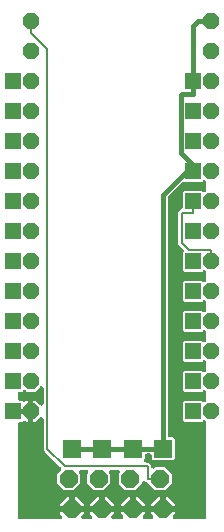
<source format=gbr>
G04 EAGLE Gerber RS-274X export*
G75*
%MOMM*%
%FSLAX34Y34*%
%LPD*%
%INTop Copper*%
%IPPOS*%
%AMOC8*
5,1,8,0,0,1.08239X$1,22.5*%
G01*
%ADD10R,1.320800X1.320800*%
%ADD11P,1.429621X8X22.500000*%
%ADD12R,1.524000X1.524000*%
%ADD13P,1.649562X8X22.500000*%
%ADD14C,0.406400*%
%ADD15C,0.381000*%
%ADD16C,0.203200*%

G36*
X47106Y12704D02*
X47106Y12704D01*
X47139Y12702D01*
X47299Y12724D01*
X47460Y12741D01*
X47492Y12751D01*
X47525Y12755D01*
X47678Y12810D01*
X47832Y12859D01*
X47861Y12875D01*
X47892Y12886D01*
X48031Y12971D01*
X48172Y13050D01*
X48197Y13072D01*
X48225Y13089D01*
X48343Y13200D01*
X48465Y13306D01*
X48485Y13333D01*
X48510Y13355D01*
X48603Y13488D01*
X48700Y13617D01*
X48715Y13647D01*
X48734Y13674D01*
X48798Y13823D01*
X48868Y13969D01*
X48875Y14001D01*
X48889Y14032D01*
X48921Y14191D01*
X48959Y14348D01*
X48960Y14381D01*
X48967Y14414D01*
X48967Y14576D01*
X48972Y14738D01*
X48967Y14770D01*
X48966Y14804D01*
X48933Y14962D01*
X48905Y15122D01*
X48893Y15152D01*
X48886Y15185D01*
X48821Y15334D01*
X48762Y15484D01*
X48744Y15512D01*
X48730Y15542D01*
X48680Y15609D01*
X48547Y15809D01*
X48463Y15893D01*
X48419Y15952D01*
X46989Y17381D01*
X46989Y19051D01*
X56515Y19051D01*
X56581Y19058D01*
X56647Y19055D01*
X56774Y19077D01*
X56903Y19091D01*
X56966Y19111D01*
X57031Y19122D01*
X57139Y19165D01*
X57149Y19160D01*
X57214Y19144D01*
X57276Y19120D01*
X57363Y19108D01*
X57528Y19068D01*
X57698Y19063D01*
X57785Y19051D01*
X67311Y19051D01*
X67311Y17381D01*
X65881Y15952D01*
X65860Y15926D01*
X65835Y15904D01*
X65737Y15775D01*
X65635Y15649D01*
X65620Y15620D01*
X65600Y15593D01*
X65530Y15447D01*
X65456Y15303D01*
X65447Y15271D01*
X65432Y15241D01*
X65394Y15084D01*
X65351Y14928D01*
X65348Y14894D01*
X65341Y14862D01*
X65335Y14700D01*
X65324Y14539D01*
X65329Y14506D01*
X65328Y14472D01*
X65356Y14313D01*
X65378Y14153D01*
X65389Y14121D01*
X65395Y14088D01*
X65454Y13938D01*
X65509Y13785D01*
X65526Y13757D01*
X65538Y13726D01*
X65627Y13591D01*
X65711Y13453D01*
X65734Y13428D01*
X65753Y13400D01*
X65867Y13286D01*
X65978Y13168D01*
X66005Y13149D01*
X66029Y13125D01*
X66164Y13037D01*
X66297Y12944D01*
X66327Y12930D01*
X66355Y12912D01*
X66506Y12853D01*
X66654Y12789D01*
X66687Y12782D01*
X66718Y12770D01*
X66800Y12759D01*
X67036Y12710D01*
X67155Y12711D01*
X67227Y12701D01*
X72473Y12701D01*
X72506Y12704D01*
X72539Y12702D01*
X72699Y12724D01*
X72860Y12741D01*
X72892Y12751D01*
X72925Y12755D01*
X73078Y12810D01*
X73232Y12859D01*
X73261Y12875D01*
X73292Y12886D01*
X73431Y12971D01*
X73572Y13050D01*
X73597Y13072D01*
X73625Y13089D01*
X73743Y13200D01*
X73865Y13306D01*
X73885Y13333D01*
X73910Y13355D01*
X74003Y13488D01*
X74100Y13617D01*
X74115Y13647D01*
X74134Y13674D01*
X74198Y13823D01*
X74268Y13969D01*
X74275Y14001D01*
X74289Y14032D01*
X74321Y14191D01*
X74359Y14348D01*
X74360Y14381D01*
X74367Y14414D01*
X74367Y14576D01*
X74372Y14738D01*
X74367Y14770D01*
X74366Y14804D01*
X74333Y14962D01*
X74305Y15122D01*
X74293Y15152D01*
X74286Y15185D01*
X74221Y15334D01*
X74162Y15484D01*
X74144Y15512D01*
X74130Y15542D01*
X74080Y15609D01*
X73947Y15809D01*
X73863Y15893D01*
X73819Y15952D01*
X72389Y17381D01*
X72389Y19051D01*
X81915Y19051D01*
X81981Y19058D01*
X82047Y19055D01*
X82174Y19077D01*
X82303Y19091D01*
X82366Y19111D01*
X82431Y19122D01*
X82539Y19165D01*
X82549Y19160D01*
X82614Y19144D01*
X82676Y19120D01*
X82763Y19108D01*
X82928Y19068D01*
X83098Y19063D01*
X83185Y19051D01*
X92711Y19051D01*
X92711Y17381D01*
X91281Y15952D01*
X91260Y15926D01*
X91235Y15904D01*
X91137Y15775D01*
X91035Y15649D01*
X91020Y15620D01*
X91000Y15593D01*
X90930Y15447D01*
X90856Y15303D01*
X90847Y15271D01*
X90832Y15241D01*
X90794Y15084D01*
X90751Y14928D01*
X90748Y14894D01*
X90741Y14862D01*
X90735Y14700D01*
X90724Y14539D01*
X90729Y14506D01*
X90728Y14472D01*
X90756Y14313D01*
X90778Y14153D01*
X90789Y14121D01*
X90795Y14088D01*
X90854Y13938D01*
X90909Y13785D01*
X90926Y13757D01*
X90938Y13726D01*
X91027Y13591D01*
X91111Y13453D01*
X91134Y13428D01*
X91153Y13400D01*
X91267Y13286D01*
X91378Y13168D01*
X91405Y13149D01*
X91429Y13125D01*
X91564Y13037D01*
X91697Y12944D01*
X91727Y12930D01*
X91755Y12912D01*
X91906Y12853D01*
X92054Y12789D01*
X92087Y12782D01*
X92118Y12770D01*
X92200Y12759D01*
X92436Y12710D01*
X92555Y12711D01*
X92627Y12701D01*
X99143Y12701D01*
X99176Y12704D01*
X99209Y12702D01*
X99369Y12724D01*
X99530Y12741D01*
X99562Y12751D01*
X99595Y12755D01*
X99748Y12810D01*
X99902Y12859D01*
X99931Y12875D01*
X99962Y12886D01*
X100101Y12971D01*
X100242Y13050D01*
X100267Y13072D01*
X100295Y13089D01*
X100413Y13200D01*
X100535Y13306D01*
X100555Y13333D01*
X100580Y13355D01*
X100673Y13488D01*
X100770Y13617D01*
X100785Y13647D01*
X100804Y13674D01*
X100868Y13823D01*
X100938Y13969D01*
X100945Y14001D01*
X100959Y14032D01*
X100991Y14191D01*
X101029Y14348D01*
X101030Y14381D01*
X101037Y14414D01*
X101037Y14576D01*
X101042Y14738D01*
X101037Y14770D01*
X101036Y14804D01*
X101003Y14962D01*
X100975Y15122D01*
X100963Y15152D01*
X100956Y15185D01*
X100891Y15334D01*
X100832Y15484D01*
X100814Y15512D01*
X100800Y15542D01*
X100750Y15609D01*
X100617Y15809D01*
X100533Y15893D01*
X100489Y15952D01*
X99059Y17381D01*
X99059Y19051D01*
X108585Y19051D01*
X108651Y19058D01*
X108717Y19055D01*
X108844Y19077D01*
X108973Y19091D01*
X109036Y19111D01*
X109101Y19122D01*
X109209Y19165D01*
X109219Y19160D01*
X109284Y19144D01*
X109346Y19120D01*
X109433Y19108D01*
X109598Y19068D01*
X109768Y19063D01*
X109855Y19051D01*
X119381Y19051D01*
X119381Y17381D01*
X117951Y15952D01*
X117930Y15926D01*
X117905Y15904D01*
X117807Y15775D01*
X117705Y15649D01*
X117690Y15620D01*
X117670Y15593D01*
X117600Y15447D01*
X117526Y15303D01*
X117517Y15271D01*
X117502Y15241D01*
X117464Y15084D01*
X117421Y14928D01*
X117418Y14894D01*
X117411Y14862D01*
X117405Y14700D01*
X117394Y14539D01*
X117399Y14506D01*
X117398Y14472D01*
X117426Y14313D01*
X117448Y14153D01*
X117459Y14121D01*
X117465Y14088D01*
X117524Y13938D01*
X117579Y13785D01*
X117596Y13757D01*
X117608Y13726D01*
X117697Y13591D01*
X117781Y13453D01*
X117804Y13428D01*
X117823Y13400D01*
X117937Y13286D01*
X118048Y13168D01*
X118075Y13149D01*
X118099Y13125D01*
X118234Y13037D01*
X118367Y12944D01*
X118397Y12930D01*
X118425Y12912D01*
X118576Y12853D01*
X118724Y12789D01*
X118757Y12782D01*
X118788Y12770D01*
X118870Y12759D01*
X119106Y12710D01*
X119225Y12711D01*
X119297Y12701D01*
X124543Y12701D01*
X124576Y12704D01*
X124609Y12702D01*
X124769Y12724D01*
X124930Y12741D01*
X124962Y12751D01*
X124995Y12755D01*
X125148Y12810D01*
X125302Y12859D01*
X125331Y12875D01*
X125362Y12886D01*
X125501Y12971D01*
X125642Y13050D01*
X125667Y13072D01*
X125695Y13089D01*
X125813Y13200D01*
X125935Y13306D01*
X125955Y13333D01*
X125980Y13355D01*
X126073Y13488D01*
X126170Y13617D01*
X126185Y13647D01*
X126204Y13674D01*
X126268Y13823D01*
X126338Y13969D01*
X126345Y14001D01*
X126359Y14032D01*
X126391Y14191D01*
X126429Y14348D01*
X126430Y14381D01*
X126437Y14414D01*
X126437Y14576D01*
X126442Y14738D01*
X126437Y14770D01*
X126436Y14804D01*
X126403Y14962D01*
X126375Y15122D01*
X126363Y15152D01*
X126356Y15185D01*
X126291Y15334D01*
X126232Y15484D01*
X126214Y15512D01*
X126200Y15542D01*
X126150Y15609D01*
X126017Y15809D01*
X125933Y15893D01*
X125889Y15952D01*
X124459Y17381D01*
X124459Y19051D01*
X133985Y19051D01*
X134051Y19058D01*
X134117Y19055D01*
X134244Y19077D01*
X134373Y19091D01*
X134436Y19111D01*
X134501Y19122D01*
X134609Y19165D01*
X134619Y19160D01*
X134684Y19144D01*
X134746Y19120D01*
X134833Y19108D01*
X134998Y19068D01*
X135168Y19063D01*
X135255Y19051D01*
X144781Y19051D01*
X144781Y17381D01*
X143351Y15952D01*
X143330Y15926D01*
X143305Y15904D01*
X143207Y15775D01*
X143105Y15649D01*
X143090Y15620D01*
X143070Y15593D01*
X143000Y15447D01*
X142926Y15303D01*
X142917Y15271D01*
X142902Y15241D01*
X142864Y15084D01*
X142821Y14928D01*
X142818Y14894D01*
X142811Y14862D01*
X142805Y14700D01*
X142794Y14539D01*
X142799Y14506D01*
X142798Y14472D01*
X142826Y14313D01*
X142848Y14153D01*
X142859Y14121D01*
X142865Y14088D01*
X142924Y13938D01*
X142979Y13785D01*
X142996Y13757D01*
X143008Y13726D01*
X143097Y13591D01*
X143181Y13453D01*
X143204Y13428D01*
X143223Y13400D01*
X143337Y13286D01*
X143448Y13168D01*
X143475Y13149D01*
X143499Y13125D01*
X143634Y13037D01*
X143767Y12944D01*
X143797Y12930D01*
X143825Y12912D01*
X143976Y12853D01*
X144124Y12789D01*
X144157Y12782D01*
X144188Y12770D01*
X144270Y12759D01*
X144506Y12710D01*
X144625Y12711D01*
X144697Y12701D01*
X169345Y12701D01*
X169411Y12708D01*
X169478Y12705D01*
X169605Y12727D01*
X169733Y12741D01*
X169796Y12761D01*
X169862Y12772D01*
X169981Y12820D01*
X170104Y12859D01*
X170162Y12891D01*
X170224Y12916D01*
X170331Y12987D01*
X170444Y13050D01*
X170494Y13094D01*
X170550Y13130D01*
X170641Y13221D01*
X170738Y13306D01*
X170778Y13359D01*
X170825Y13406D01*
X170895Y13514D01*
X170973Y13617D01*
X171001Y13677D01*
X171038Y13733D01*
X171085Y13853D01*
X171140Y13969D01*
X171156Y14034D01*
X171180Y14096D01*
X171192Y14182D01*
X171232Y14348D01*
X171237Y14518D01*
X171249Y14605D01*
X171249Y94689D01*
X171246Y94722D01*
X171248Y94756D01*
X171226Y94916D01*
X171209Y95077D01*
X171199Y95109D01*
X171195Y95142D01*
X171140Y95295D01*
X171091Y95449D01*
X171075Y95478D01*
X171064Y95509D01*
X170979Y95647D01*
X170900Y95788D01*
X170878Y95813D01*
X170861Y95842D01*
X170750Y95960D01*
X170644Y96082D01*
X170617Y96102D01*
X170595Y96126D01*
X170462Y96219D01*
X170333Y96317D01*
X170303Y96331D01*
X170276Y96351D01*
X170127Y96415D01*
X169981Y96484D01*
X169948Y96492D01*
X169918Y96505D01*
X169760Y96538D01*
X169602Y96576D01*
X169569Y96577D01*
X169536Y96584D01*
X169374Y96584D01*
X169212Y96589D01*
X169180Y96583D01*
X169146Y96583D01*
X168988Y96550D01*
X168828Y96522D01*
X168798Y96510D01*
X168765Y96503D01*
X168616Y96438D01*
X168466Y96379D01*
X168438Y96360D01*
X168408Y96347D01*
X168341Y96296D01*
X168141Y96164D01*
X168057Y96080D01*
X167998Y96036D01*
X167466Y95503D01*
X152574Y95503D01*
X151383Y96694D01*
X151383Y111586D01*
X152574Y112777D01*
X167466Y112777D01*
X167998Y112244D01*
X168024Y112223D01*
X168046Y112198D01*
X168100Y112158D01*
X168111Y112146D01*
X168137Y112130D01*
X168175Y112101D01*
X168301Y111998D01*
X168330Y111983D01*
X168357Y111963D01*
X168503Y111894D01*
X168647Y111819D01*
X168679Y111810D01*
X168709Y111796D01*
X168866Y111758D01*
X169022Y111714D01*
X169056Y111712D01*
X169088Y111704D01*
X169250Y111699D01*
X169411Y111688D01*
X169444Y111692D01*
X169478Y111691D01*
X169637Y111719D01*
X169797Y111741D01*
X169829Y111752D01*
X169862Y111758D01*
X170012Y111818D01*
X170165Y111872D01*
X170193Y111889D01*
X170224Y111901D01*
X170359Y111990D01*
X170497Y112075D01*
X170522Y112098D01*
X170550Y112116D01*
X170664Y112230D01*
X170782Y112341D01*
X170801Y112368D01*
X170825Y112392D01*
X170913Y112527D01*
X171006Y112660D01*
X171020Y112691D01*
X171038Y112718D01*
X171097Y112869D01*
X171161Y113018D01*
X171168Y113050D01*
X171180Y113081D01*
X171191Y113164D01*
X171240Y113399D01*
X171239Y113518D01*
X171249Y113591D01*
X171249Y120089D01*
X171246Y120122D01*
X171248Y120156D01*
X171226Y120316D01*
X171209Y120477D01*
X171199Y120509D01*
X171195Y120542D01*
X171140Y120695D01*
X171091Y120849D01*
X171075Y120878D01*
X171064Y120909D01*
X170979Y121047D01*
X170900Y121188D01*
X170878Y121213D01*
X170861Y121242D01*
X170750Y121360D01*
X170644Y121482D01*
X170617Y121502D01*
X170595Y121526D01*
X170462Y121619D01*
X170333Y121717D01*
X170303Y121731D01*
X170276Y121751D01*
X170127Y121815D01*
X169981Y121884D01*
X169948Y121892D01*
X169918Y121905D01*
X169760Y121938D01*
X169602Y121976D01*
X169569Y121977D01*
X169536Y121984D01*
X169374Y121984D01*
X169212Y121989D01*
X169180Y121983D01*
X169146Y121983D01*
X168988Y121950D01*
X168828Y121922D01*
X168798Y121910D01*
X168765Y121903D01*
X168616Y121838D01*
X168466Y121779D01*
X168438Y121760D01*
X168408Y121747D01*
X168341Y121696D01*
X168141Y121564D01*
X168057Y121480D01*
X167998Y121436D01*
X167466Y120903D01*
X152574Y120903D01*
X151383Y122094D01*
X151383Y136986D01*
X152574Y138177D01*
X167466Y138177D01*
X167998Y137644D01*
X168024Y137623D01*
X168046Y137598D01*
X168175Y137501D01*
X168301Y137398D01*
X168330Y137383D01*
X168357Y137363D01*
X168503Y137294D01*
X168647Y137219D01*
X168679Y137210D01*
X168709Y137196D01*
X168866Y137158D01*
X169022Y137114D01*
X169056Y137112D01*
X169088Y137104D01*
X169250Y137099D01*
X169411Y137088D01*
X169444Y137092D01*
X169478Y137091D01*
X169637Y137119D01*
X169797Y137141D01*
X169829Y137152D01*
X169862Y137158D01*
X170012Y137218D01*
X170165Y137272D01*
X170193Y137289D01*
X170224Y137301D01*
X170359Y137390D01*
X170497Y137475D01*
X170522Y137498D01*
X170550Y137516D01*
X170664Y137630D01*
X170782Y137741D01*
X170801Y137768D01*
X170825Y137792D01*
X170913Y137927D01*
X171006Y138060D01*
X171020Y138091D01*
X171038Y138118D01*
X171097Y138269D01*
X171161Y138418D01*
X171168Y138450D01*
X171180Y138481D01*
X171191Y138564D01*
X171240Y138799D01*
X171239Y138918D01*
X171249Y138991D01*
X171249Y145489D01*
X171246Y145522D01*
X171248Y145556D01*
X171226Y145716D01*
X171209Y145877D01*
X171199Y145909D01*
X171195Y145942D01*
X171140Y146095D01*
X171091Y146249D01*
X171075Y146278D01*
X171064Y146309D01*
X170979Y146447D01*
X170900Y146588D01*
X170878Y146613D01*
X170861Y146642D01*
X170750Y146760D01*
X170644Y146882D01*
X170617Y146902D01*
X170595Y146926D01*
X170462Y147019D01*
X170333Y147117D01*
X170303Y147131D01*
X170276Y147151D01*
X170127Y147215D01*
X169981Y147284D01*
X169948Y147292D01*
X169918Y147305D01*
X169760Y147338D01*
X169602Y147376D01*
X169569Y147377D01*
X169536Y147384D01*
X169374Y147384D01*
X169212Y147389D01*
X169180Y147383D01*
X169146Y147383D01*
X168988Y147350D01*
X168828Y147322D01*
X168798Y147310D01*
X168765Y147303D01*
X168616Y147238D01*
X168466Y147179D01*
X168438Y147160D01*
X168408Y147147D01*
X168341Y147096D01*
X168141Y146964D01*
X168057Y146880D01*
X167998Y146836D01*
X167466Y146303D01*
X152574Y146303D01*
X151383Y147494D01*
X151383Y162386D01*
X152574Y163577D01*
X167466Y163577D01*
X167998Y163044D01*
X168024Y163023D01*
X168046Y162998D01*
X168175Y162901D01*
X168301Y162798D01*
X168330Y162783D01*
X168357Y162763D01*
X168503Y162694D01*
X168647Y162619D01*
X168679Y162610D01*
X168709Y162596D01*
X168866Y162558D01*
X169022Y162514D01*
X169056Y162512D01*
X169088Y162504D01*
X169250Y162499D01*
X169411Y162488D01*
X169444Y162492D01*
X169478Y162491D01*
X169637Y162519D01*
X169797Y162541D01*
X169829Y162552D01*
X169862Y162558D01*
X170012Y162618D01*
X170165Y162672D01*
X170193Y162689D01*
X170224Y162701D01*
X170359Y162790D01*
X170497Y162875D01*
X170522Y162898D01*
X170550Y162916D01*
X170664Y163030D01*
X170782Y163141D01*
X170801Y163168D01*
X170825Y163192D01*
X170913Y163327D01*
X171006Y163460D01*
X171020Y163491D01*
X171038Y163518D01*
X171097Y163669D01*
X171161Y163818D01*
X171168Y163850D01*
X171180Y163881D01*
X171191Y163964D01*
X171240Y164199D01*
X171239Y164318D01*
X171249Y164391D01*
X171249Y170889D01*
X171246Y170922D01*
X171248Y170956D01*
X171226Y171116D01*
X171209Y171277D01*
X171199Y171309D01*
X171195Y171342D01*
X171140Y171495D01*
X171091Y171649D01*
X171075Y171678D01*
X171064Y171709D01*
X170979Y171847D01*
X170900Y171988D01*
X170878Y172013D01*
X170861Y172042D01*
X170750Y172160D01*
X170644Y172282D01*
X170617Y172302D01*
X170595Y172326D01*
X170462Y172419D01*
X170333Y172517D01*
X170303Y172531D01*
X170276Y172551D01*
X170127Y172615D01*
X169981Y172684D01*
X169948Y172692D01*
X169918Y172705D01*
X169760Y172738D01*
X169602Y172776D01*
X169569Y172777D01*
X169536Y172784D01*
X169374Y172784D01*
X169212Y172789D01*
X169180Y172783D01*
X169146Y172783D01*
X168988Y172750D01*
X168828Y172722D01*
X168798Y172710D01*
X168765Y172703D01*
X168616Y172638D01*
X168466Y172579D01*
X168438Y172560D01*
X168408Y172547D01*
X168341Y172496D01*
X168141Y172364D01*
X168057Y172280D01*
X167998Y172236D01*
X167466Y171703D01*
X152574Y171703D01*
X151383Y172894D01*
X151383Y187786D01*
X152574Y188977D01*
X167466Y188977D01*
X167998Y188444D01*
X168024Y188423D01*
X168046Y188398D01*
X168099Y188358D01*
X168141Y188316D01*
X168215Y188268D01*
X168301Y188198D01*
X168330Y188183D01*
X168357Y188163D01*
X168427Y188129D01*
X168467Y188103D01*
X168536Y188076D01*
X168647Y188019D01*
X168679Y188010D01*
X168709Y187996D01*
X168795Y187975D01*
X168830Y187961D01*
X168876Y187955D01*
X169022Y187914D01*
X169056Y187912D01*
X169088Y187904D01*
X169250Y187899D01*
X169329Y187893D01*
X169340Y187892D01*
X169345Y187892D01*
X169347Y187892D01*
X169411Y187888D01*
X169444Y187892D01*
X169478Y187891D01*
X169637Y187919D01*
X169721Y187930D01*
X169733Y187932D01*
X169735Y187932D01*
X169797Y187941D01*
X169829Y187952D01*
X169862Y187958D01*
X170012Y188018D01*
X170086Y188044D01*
X170104Y188050D01*
X170108Y188052D01*
X170165Y188072D01*
X170193Y188089D01*
X170224Y188101D01*
X170359Y188190D01*
X170416Y188225D01*
X170444Y188241D01*
X170449Y188245D01*
X170497Y188275D01*
X170522Y188298D01*
X170550Y188316D01*
X170664Y188430D01*
X170699Y188464D01*
X170738Y188497D01*
X170744Y188505D01*
X170782Y188541D01*
X170801Y188568D01*
X170825Y188592D01*
X170913Y188727D01*
X170928Y188749D01*
X170973Y188808D01*
X170979Y188822D01*
X171006Y188860D01*
X171020Y188891D01*
X171038Y188918D01*
X171097Y189069D01*
X171140Y189160D01*
X171145Y189180D01*
X171161Y189218D01*
X171168Y189250D01*
X171180Y189281D01*
X171191Y189364D01*
X171201Y189412D01*
X171232Y189539D01*
X171233Y189566D01*
X171240Y189599D01*
X171239Y189718D01*
X171249Y189791D01*
X171249Y196289D01*
X171246Y196322D01*
X171248Y196356D01*
X171226Y196516D01*
X171209Y196677D01*
X171199Y196709D01*
X171195Y196742D01*
X171140Y196895D01*
X171091Y197049D01*
X171075Y197078D01*
X171064Y197109D01*
X170979Y197247D01*
X170900Y197388D01*
X170878Y197413D01*
X170861Y197442D01*
X170750Y197560D01*
X170644Y197682D01*
X170617Y197702D01*
X170595Y197726D01*
X170462Y197819D01*
X170333Y197917D01*
X170303Y197931D01*
X170276Y197951D01*
X170127Y198015D01*
X169981Y198084D01*
X169948Y198092D01*
X169918Y198105D01*
X169760Y198138D01*
X169602Y198176D01*
X169569Y198177D01*
X169536Y198184D01*
X169374Y198184D01*
X169212Y198189D01*
X169180Y198183D01*
X169146Y198183D01*
X168988Y198150D01*
X168828Y198122D01*
X168798Y198110D01*
X168765Y198103D01*
X168616Y198038D01*
X168466Y197979D01*
X168438Y197960D01*
X168408Y197947D01*
X168341Y197896D01*
X168141Y197764D01*
X168057Y197680D01*
X167998Y197636D01*
X167466Y197103D01*
X152574Y197103D01*
X151383Y198294D01*
X151383Y213186D01*
X152574Y214377D01*
X167466Y214377D01*
X167998Y213844D01*
X168024Y213823D01*
X168046Y213798D01*
X168175Y213701D01*
X168301Y213598D01*
X168330Y213583D01*
X168357Y213563D01*
X168503Y213494D01*
X168647Y213419D01*
X168679Y213410D01*
X168709Y213396D01*
X168866Y213358D01*
X169022Y213314D01*
X169056Y213312D01*
X169088Y213304D01*
X169250Y213299D01*
X169411Y213288D01*
X169444Y213292D01*
X169478Y213291D01*
X169637Y213319D01*
X169797Y213341D01*
X169829Y213352D01*
X169862Y213358D01*
X170012Y213418D01*
X170165Y213472D01*
X170193Y213489D01*
X170224Y213501D01*
X170359Y213590D01*
X170497Y213675D01*
X170522Y213698D01*
X170550Y213716D01*
X170664Y213830D01*
X170782Y213941D01*
X170801Y213968D01*
X170825Y213992D01*
X170913Y214127D01*
X171006Y214260D01*
X171020Y214291D01*
X171038Y214318D01*
X171097Y214469D01*
X171161Y214618D01*
X171168Y214650D01*
X171180Y214681D01*
X171191Y214764D01*
X171240Y214999D01*
X171239Y215118D01*
X171249Y215191D01*
X171249Y221689D01*
X171246Y221722D01*
X171248Y221756D01*
X171226Y221916D01*
X171209Y222077D01*
X171199Y222109D01*
X171195Y222142D01*
X171140Y222295D01*
X171091Y222449D01*
X171075Y222478D01*
X171064Y222509D01*
X170979Y222647D01*
X170900Y222788D01*
X170878Y222813D01*
X170861Y222842D01*
X170750Y222960D01*
X170644Y223082D01*
X170617Y223102D01*
X170595Y223126D01*
X170462Y223219D01*
X170333Y223317D01*
X170303Y223331D01*
X170276Y223351D01*
X170127Y223415D01*
X169981Y223484D01*
X169948Y223492D01*
X169918Y223505D01*
X169760Y223538D01*
X169602Y223576D01*
X169569Y223577D01*
X169536Y223584D01*
X169374Y223584D01*
X169212Y223589D01*
X169180Y223583D01*
X169146Y223583D01*
X168988Y223550D01*
X168828Y223522D01*
X168798Y223510D01*
X168765Y223503D01*
X168616Y223438D01*
X168466Y223379D01*
X168438Y223360D01*
X168408Y223347D01*
X168341Y223296D01*
X168141Y223164D01*
X168057Y223080D01*
X167998Y223036D01*
X167466Y222503D01*
X152574Y222503D01*
X151383Y223694D01*
X151383Y238586D01*
X151550Y238752D01*
X151591Y238804D01*
X151640Y238849D01*
X151714Y238955D01*
X151796Y239055D01*
X151826Y239114D01*
X151864Y239168D01*
X151915Y239286D01*
X151975Y239401D01*
X151993Y239465D01*
X152019Y239526D01*
X152045Y239652D01*
X152080Y239776D01*
X152084Y239842D01*
X152098Y239907D01*
X152097Y240037D01*
X152106Y240165D01*
X152097Y240231D01*
X152097Y240297D01*
X152070Y240423D01*
X152053Y240551D01*
X152031Y240614D01*
X152017Y240679D01*
X151965Y240797D01*
X151922Y240918D01*
X151887Y240975D01*
X151861Y241036D01*
X151808Y241106D01*
X151719Y241251D01*
X151603Y241375D01*
X151550Y241445D01*
X148247Y244748D01*
X147294Y245701D01*
X147294Y246960D01*
X147294Y271699D01*
X147294Y271700D01*
X147294Y271701D01*
X147293Y272966D01*
X147295Y272967D01*
X147299Y272972D01*
X148743Y274416D01*
X148743Y274417D01*
X148744Y274417D01*
X149647Y275323D01*
X149739Y275338D01*
X149867Y275352D01*
X149930Y275372D01*
X149996Y275383D01*
X150115Y275431D01*
X150238Y275470D01*
X150296Y275502D01*
X150358Y275527D01*
X150465Y275598D01*
X150578Y275661D01*
X150628Y275705D01*
X150684Y275741D01*
X150775Y275832D01*
X150872Y275917D01*
X150912Y275970D01*
X150959Y276017D01*
X151029Y276125D01*
X151107Y276228D01*
X151135Y276288D01*
X151172Y276344D01*
X151219Y276464D01*
X151274Y276580D01*
X151290Y276645D01*
X151314Y276707D01*
X151326Y276793D01*
X151366Y276959D01*
X151371Y277129D01*
X151383Y277216D01*
X151383Y289386D01*
X152574Y290577D01*
X167466Y290577D01*
X167998Y290044D01*
X168024Y290023D01*
X168046Y289998D01*
X168175Y289901D01*
X168301Y289798D01*
X168330Y289783D01*
X168357Y289763D01*
X168503Y289694D01*
X168647Y289619D01*
X168679Y289610D01*
X168709Y289596D01*
X168866Y289558D01*
X169022Y289514D01*
X169056Y289512D01*
X169088Y289504D01*
X169250Y289499D01*
X169411Y289488D01*
X169444Y289492D01*
X169478Y289491D01*
X169637Y289519D01*
X169797Y289541D01*
X169829Y289552D01*
X169862Y289558D01*
X170012Y289618D01*
X170165Y289672D01*
X170193Y289689D01*
X170224Y289701D01*
X170359Y289790D01*
X170497Y289875D01*
X170522Y289898D01*
X170550Y289916D01*
X170664Y290030D01*
X170782Y290141D01*
X170801Y290168D01*
X170825Y290192D01*
X170913Y290327D01*
X171006Y290460D01*
X171020Y290491D01*
X171038Y290518D01*
X171097Y290669D01*
X171161Y290818D01*
X171168Y290850D01*
X171180Y290881D01*
X171191Y290964D01*
X171240Y291199D01*
X171239Y291318D01*
X171249Y291391D01*
X171249Y297889D01*
X171246Y297922D01*
X171248Y297956D01*
X171226Y298116D01*
X171209Y298277D01*
X171199Y298309D01*
X171195Y298342D01*
X171140Y298495D01*
X171091Y298649D01*
X171075Y298678D01*
X171064Y298709D01*
X170979Y298847D01*
X170900Y298988D01*
X170878Y299013D01*
X170861Y299042D01*
X170750Y299160D01*
X170644Y299282D01*
X170617Y299302D01*
X170595Y299326D01*
X170462Y299419D01*
X170333Y299517D01*
X170303Y299531D01*
X170276Y299551D01*
X170127Y299615D01*
X169981Y299684D01*
X169948Y299692D01*
X169918Y299705D01*
X169760Y299738D01*
X169602Y299776D01*
X169569Y299777D01*
X169536Y299784D01*
X169374Y299784D01*
X169212Y299789D01*
X169180Y299783D01*
X169146Y299783D01*
X168988Y299750D01*
X168828Y299722D01*
X168798Y299710D01*
X168765Y299703D01*
X168616Y299638D01*
X168466Y299579D01*
X168438Y299560D01*
X168408Y299547D01*
X168341Y299496D01*
X168141Y299364D01*
X168057Y299280D01*
X167998Y299236D01*
X167466Y298703D01*
X152458Y298703D01*
X152359Y298693D01*
X152259Y298693D01*
X152165Y298673D01*
X152070Y298663D01*
X151975Y298633D01*
X151878Y298613D01*
X151790Y298574D01*
X151699Y298545D01*
X151612Y298496D01*
X151521Y298457D01*
X151462Y298412D01*
X151359Y298354D01*
X151178Y298196D01*
X151111Y298146D01*
X139115Y286150D01*
X139053Y286073D01*
X138982Y286002D01*
X138930Y285922D01*
X138870Y285847D01*
X138824Y285759D01*
X138769Y285676D01*
X138734Y285586D01*
X138690Y285501D01*
X138663Y285405D01*
X138627Y285313D01*
X138617Y285240D01*
X138585Y285126D01*
X138569Y284886D01*
X138558Y284803D01*
X138558Y83947D01*
X138565Y83881D01*
X138562Y83814D01*
X138584Y83687D01*
X138598Y83559D01*
X138618Y83496D01*
X138629Y83430D01*
X138677Y83311D01*
X138716Y83188D01*
X138748Y83130D01*
X138773Y83068D01*
X138844Y82961D01*
X138907Y82848D01*
X138951Y82798D01*
X138987Y82742D01*
X139078Y82651D01*
X139163Y82554D01*
X139216Y82514D01*
X139263Y82467D01*
X139371Y82397D01*
X139474Y82319D01*
X139534Y82291D01*
X139590Y82254D01*
X139710Y82207D01*
X139826Y82152D01*
X139891Y82136D01*
X139953Y82112D01*
X140039Y82100D01*
X140205Y82060D01*
X140375Y82055D01*
X140462Y82043D01*
X143082Y82043D01*
X144273Y80852D01*
X144273Y63928D01*
X143082Y62737D01*
X126158Y62737D01*
X124967Y63928D01*
X124967Y66548D01*
X124960Y66614D01*
X124963Y66681D01*
X124941Y66808D01*
X124927Y66936D01*
X124907Y66999D01*
X124896Y67065D01*
X124848Y67184D01*
X124809Y67307D01*
X124777Y67365D01*
X124752Y67427D01*
X124681Y67534D01*
X124618Y67647D01*
X124574Y67697D01*
X124538Y67753D01*
X124447Y67844D01*
X124362Y67941D01*
X124309Y67981D01*
X124262Y68028D01*
X124154Y68098D01*
X124051Y68176D01*
X123991Y68204D01*
X123935Y68241D01*
X123815Y68288D01*
X123699Y68343D01*
X123634Y68359D01*
X123572Y68383D01*
X123486Y68395D01*
X123320Y68435D01*
X123150Y68440D01*
X123063Y68452D01*
X120777Y68452D01*
X120711Y68445D01*
X120644Y68448D01*
X120517Y68426D01*
X120389Y68412D01*
X120326Y68392D01*
X120260Y68381D01*
X120141Y68333D01*
X120018Y68294D01*
X119960Y68262D01*
X119898Y68237D01*
X119791Y68166D01*
X119678Y68103D01*
X119628Y68059D01*
X119572Y68023D01*
X119481Y67932D01*
X119384Y67847D01*
X119344Y67794D01*
X119297Y67747D01*
X119227Y67639D01*
X119149Y67536D01*
X119121Y67476D01*
X119084Y67420D01*
X119037Y67300D01*
X118982Y67184D01*
X118966Y67119D01*
X118942Y67057D01*
X118930Y66971D01*
X118890Y66805D01*
X118885Y66635D01*
X118873Y66548D01*
X118873Y63924D01*
X118783Y63806D01*
X118681Y63680D01*
X118666Y63651D01*
X118646Y63624D01*
X118576Y63477D01*
X118502Y63334D01*
X118493Y63302D01*
X118479Y63272D01*
X118441Y63115D01*
X118397Y62959D01*
X118395Y62925D01*
X118387Y62893D01*
X118382Y62731D01*
X118371Y62570D01*
X118375Y62537D01*
X118374Y62503D01*
X118402Y62344D01*
X118424Y62184D01*
X118435Y62152D01*
X118441Y62119D01*
X118500Y61969D01*
X118555Y61816D01*
X118572Y61788D01*
X118584Y61757D01*
X118673Y61622D01*
X118758Y61484D01*
X118780Y61459D01*
X118799Y61431D01*
X118914Y61317D01*
X119024Y61199D01*
X119051Y61180D01*
X119075Y61156D01*
X119211Y61068D01*
X119343Y60975D01*
X119373Y60962D01*
X119401Y60943D01*
X119552Y60884D01*
X119701Y60820D01*
X119733Y60813D01*
X119764Y60801D01*
X119847Y60790D01*
X120082Y60741D01*
X120201Y60742D01*
X120274Y60732D01*
X120824Y60732D01*
X120825Y60732D01*
X120826Y60732D01*
X122090Y60733D01*
X122091Y60731D01*
X122096Y60727D01*
X123540Y59284D01*
X123541Y59283D01*
X124436Y58389D01*
X124436Y57594D01*
X124439Y57561D01*
X124437Y57528D01*
X124459Y57367D01*
X124476Y57206D01*
X124486Y57175D01*
X124490Y57142D01*
X124545Y56989D01*
X124594Y56835D01*
X124610Y56806D01*
X124621Y56774D01*
X124706Y56636D01*
X124785Y56495D01*
X124807Y56470D01*
X124824Y56442D01*
X124935Y56323D01*
X125041Y56201D01*
X125068Y56181D01*
X125090Y56157D01*
X125223Y56064D01*
X125352Y55966D01*
X125382Y55952D01*
X125409Y55933D01*
X125558Y55868D01*
X125704Y55799D01*
X125737Y55791D01*
X125767Y55778D01*
X125925Y55745D01*
X126083Y55707D01*
X126116Y55706D01*
X126149Y55699D01*
X126311Y55700D01*
X126473Y55694D01*
X126505Y55700D01*
X126539Y55700D01*
X126697Y55733D01*
X126857Y55761D01*
X126887Y55773D01*
X126920Y55780D01*
X127069Y55845D01*
X127219Y55905D01*
X127247Y55923D01*
X127277Y55936D01*
X127344Y55987D01*
X127544Y56119D01*
X127628Y56203D01*
X127687Y56247D01*
X128082Y56643D01*
X136078Y56643D01*
X141733Y50988D01*
X141733Y42992D01*
X136078Y37337D01*
X128082Y37337D01*
X122035Y43384D01*
X121958Y43446D01*
X121888Y43517D01*
X121807Y43569D01*
X121733Y43629D01*
X121645Y43675D01*
X121561Y43730D01*
X121472Y43765D01*
X121387Y43809D01*
X121291Y43836D01*
X121198Y43872D01*
X121126Y43882D01*
X121012Y43914D01*
X120772Y43930D01*
X120689Y43941D01*
X120124Y43941D01*
X119584Y44482D01*
X119558Y44503D01*
X119536Y44528D01*
X119407Y44625D01*
X119281Y44728D01*
X119252Y44743D01*
X119225Y44763D01*
X119079Y44833D01*
X118935Y44907D01*
X118903Y44916D01*
X118873Y44930D01*
X118716Y44968D01*
X118560Y45012D01*
X118526Y45014D01*
X118494Y45022D01*
X118332Y45028D01*
X118171Y45039D01*
X118138Y45034D01*
X118104Y45035D01*
X117945Y45007D01*
X117785Y44985D01*
X117753Y44974D01*
X117720Y44968D01*
X117570Y44909D01*
X117417Y44854D01*
X117389Y44837D01*
X117358Y44825D01*
X117223Y44736D01*
X117085Y44651D01*
X117060Y44629D01*
X117032Y44610D01*
X116918Y44496D01*
X116800Y44385D01*
X116781Y44358D01*
X116757Y44334D01*
X116669Y44199D01*
X116576Y44066D01*
X116562Y44036D01*
X116544Y44008D01*
X116485Y43857D01*
X116421Y43708D01*
X116414Y43676D01*
X116402Y43645D01*
X116391Y43562D01*
X116342Y43327D01*
X116343Y43208D01*
X116333Y43135D01*
X116333Y42992D01*
X110678Y37337D01*
X102682Y37337D01*
X97027Y42992D01*
X97027Y50988D01*
X97423Y51383D01*
X97444Y51409D01*
X97469Y51431D01*
X97566Y51560D01*
X97668Y51686D01*
X97684Y51715D01*
X97704Y51742D01*
X97773Y51888D01*
X97848Y52032D01*
X97857Y52064D01*
X97871Y52094D01*
X97909Y52251D01*
X97953Y52407D01*
X97955Y52441D01*
X97963Y52473D01*
X97968Y52635D01*
X97979Y52796D01*
X97975Y52829D01*
X97976Y52863D01*
X97948Y53022D01*
X97926Y53182D01*
X97915Y53214D01*
X97909Y53247D01*
X97849Y53397D01*
X97795Y53550D01*
X97778Y53578D01*
X97765Y53609D01*
X97676Y53744D01*
X97592Y53882D01*
X97569Y53907D01*
X97551Y53935D01*
X97436Y54049D01*
X97326Y54167D01*
X97298Y54186D01*
X97275Y54210D01*
X97139Y54298D01*
X97007Y54391D01*
X96976Y54405D01*
X96948Y54423D01*
X96798Y54482D01*
X96649Y54546D01*
X96616Y54553D01*
X96585Y54565D01*
X96503Y54576D01*
X96267Y54625D01*
X96148Y54624D01*
X96076Y54634D01*
X90614Y54634D01*
X90581Y54631D01*
X90548Y54633D01*
X90387Y54611D01*
X90226Y54594D01*
X90195Y54584D01*
X90162Y54580D01*
X90009Y54525D01*
X89855Y54476D01*
X89826Y54460D01*
X89794Y54449D01*
X89656Y54364D01*
X89515Y54285D01*
X89490Y54263D01*
X89462Y54246D01*
X89343Y54135D01*
X89221Y54029D01*
X89201Y54002D01*
X89177Y53980D01*
X89084Y53847D01*
X88986Y53718D01*
X88972Y53688D01*
X88953Y53661D01*
X88888Y53512D01*
X88819Y53366D01*
X88811Y53333D01*
X88798Y53303D01*
X88765Y53145D01*
X88727Y52987D01*
X88726Y52954D01*
X88719Y52921D01*
X88720Y52759D01*
X88714Y52597D01*
X88720Y52565D01*
X88720Y52531D01*
X88753Y52373D01*
X88781Y52213D01*
X88793Y52183D01*
X88800Y52150D01*
X88865Y52001D01*
X88925Y51851D01*
X88943Y51823D01*
X88956Y51793D01*
X89007Y51726D01*
X89139Y51526D01*
X89179Y51486D01*
X89179Y51485D01*
X89224Y51441D01*
X89267Y51383D01*
X89663Y50988D01*
X89663Y42992D01*
X84008Y37337D01*
X76012Y37337D01*
X70357Y42992D01*
X70357Y50988D01*
X70753Y51383D01*
X70774Y51409D01*
X70799Y51431D01*
X70896Y51560D01*
X70998Y51686D01*
X71014Y51715D01*
X71034Y51742D01*
X71103Y51888D01*
X71178Y52032D01*
X71187Y52064D01*
X71201Y52094D01*
X71239Y52251D01*
X71283Y52407D01*
X71285Y52441D01*
X71293Y52473D01*
X71298Y52635D01*
X71309Y52796D01*
X71305Y52829D01*
X71306Y52863D01*
X71278Y53022D01*
X71256Y53182D01*
X71245Y53214D01*
X71239Y53247D01*
X71179Y53397D01*
X71125Y53550D01*
X71108Y53578D01*
X71095Y53609D01*
X71006Y53744D01*
X70922Y53882D01*
X70899Y53907D01*
X70881Y53935D01*
X70766Y54049D01*
X70656Y54167D01*
X70628Y54186D01*
X70605Y54210D01*
X70469Y54298D01*
X70337Y54391D01*
X70306Y54405D01*
X70278Y54423D01*
X70128Y54482D01*
X69979Y54546D01*
X69946Y54553D01*
X69915Y54565D01*
X69833Y54576D01*
X69597Y54625D01*
X69478Y54624D01*
X69406Y54634D01*
X65214Y54634D01*
X65181Y54631D01*
X65148Y54633D01*
X64987Y54611D01*
X64826Y54594D01*
X64795Y54584D01*
X64762Y54580D01*
X64609Y54525D01*
X64455Y54476D01*
X64426Y54460D01*
X64394Y54449D01*
X64256Y54364D01*
X64115Y54285D01*
X64090Y54263D01*
X64062Y54246D01*
X63943Y54135D01*
X63821Y54029D01*
X63801Y54002D01*
X63777Y53980D01*
X63684Y53847D01*
X63586Y53718D01*
X63572Y53688D01*
X63553Y53661D01*
X63488Y53512D01*
X63419Y53366D01*
X63411Y53333D01*
X63398Y53303D01*
X63365Y53145D01*
X63327Y52987D01*
X63326Y52954D01*
X63319Y52921D01*
X63320Y52759D01*
X63314Y52597D01*
X63320Y52565D01*
X63320Y52531D01*
X63353Y52373D01*
X63381Y52213D01*
X63393Y52183D01*
X63400Y52150D01*
X63465Y52001D01*
X63525Y51851D01*
X63543Y51823D01*
X63556Y51793D01*
X63607Y51726D01*
X63739Y51526D01*
X63779Y51486D01*
X63779Y51485D01*
X63824Y51441D01*
X63867Y51383D01*
X64263Y50988D01*
X64263Y42992D01*
X58608Y37337D01*
X50612Y37337D01*
X44957Y42992D01*
X44957Y50988D01*
X47927Y53958D01*
X47969Y54009D01*
X48017Y54055D01*
X48092Y54160D01*
X48173Y54260D01*
X48203Y54319D01*
X48242Y54374D01*
X48293Y54492D01*
X48352Y54606D01*
X48370Y54670D01*
X48396Y54731D01*
X48422Y54858D01*
X48457Y54982D01*
X48461Y55048D01*
X48475Y55113D01*
X48475Y55242D01*
X48483Y55371D01*
X48474Y55437D01*
X48474Y55503D01*
X48448Y55629D01*
X48430Y55757D01*
X48408Y55819D01*
X48394Y55884D01*
X48342Y56002D01*
X48299Y56124D01*
X48264Y56181D01*
X48238Y56242D01*
X48185Y56311D01*
X48096Y56457D01*
X47980Y56581D01*
X47927Y56651D01*
X47600Y56977D01*
X47600Y56978D01*
X34592Y69986D01*
X34592Y69987D01*
X33324Y71254D01*
X33324Y72507D01*
X33324Y97328D01*
X33321Y97362D01*
X33323Y97395D01*
X33301Y97555D01*
X33284Y97716D01*
X33274Y97748D01*
X33270Y97781D01*
X33215Y97933D01*
X33166Y98088D01*
X33150Y98117D01*
X33139Y98148D01*
X33055Y98286D01*
X32975Y98427D01*
X32953Y98452D01*
X32936Y98481D01*
X32825Y98599D01*
X32719Y98721D01*
X32692Y98741D01*
X32670Y98765D01*
X32537Y98859D01*
X32408Y98956D01*
X32378Y98971D01*
X32351Y98990D01*
X32202Y99054D01*
X32056Y99123D01*
X32024Y99131D01*
X31993Y99144D01*
X31834Y99177D01*
X31677Y99215D01*
X31644Y99216D01*
X31611Y99223D01*
X31449Y99223D01*
X31287Y99228D01*
X31255Y99222D01*
X31221Y99222D01*
X31063Y99189D01*
X30903Y99161D01*
X30873Y99149D01*
X30840Y99142D01*
X30691Y99077D01*
X30541Y99018D01*
X30513Y98999D01*
X30483Y98986D01*
X30416Y98936D01*
X30216Y98803D01*
X30132Y98719D01*
X30074Y98675D01*
X26394Y94995D01*
X24637Y94995D01*
X24637Y104013D01*
X24630Y104079D01*
X24633Y104145D01*
X24626Y104184D01*
X24637Y104267D01*
X24637Y113285D01*
X26394Y113285D01*
X30074Y109605D01*
X30099Y109584D01*
X30121Y109559D01*
X30250Y109461D01*
X30376Y109359D01*
X30405Y109344D01*
X30432Y109324D01*
X30578Y109254D01*
X30722Y109180D01*
X30754Y109171D01*
X30784Y109157D01*
X30941Y109119D01*
X31097Y109075D01*
X31131Y109073D01*
X31163Y109065D01*
X31325Y109059D01*
X31486Y109048D01*
X31519Y109053D01*
X31553Y109052D01*
X31712Y109080D01*
X31872Y109102D01*
X31904Y109113D01*
X31937Y109119D01*
X32087Y109178D01*
X32240Y109233D01*
X32268Y109250D01*
X32299Y109262D01*
X32434Y109351D01*
X32572Y109436D01*
X32597Y109458D01*
X32625Y109477D01*
X32739Y109592D01*
X32857Y109702D01*
X32876Y109729D01*
X32900Y109753D01*
X32988Y109889D01*
X33081Y110021D01*
X33094Y110051D01*
X33113Y110079D01*
X33172Y110230D01*
X33236Y110379D01*
X33243Y110411D01*
X33255Y110442D01*
X33266Y110525D01*
X33315Y110760D01*
X33314Y110879D01*
X33324Y110952D01*
X33324Y123447D01*
X33321Y123480D01*
X33323Y123513D01*
X33301Y123674D01*
X33284Y123835D01*
X33274Y123866D01*
X33270Y123899D01*
X33215Y124052D01*
X33166Y124206D01*
X33150Y124235D01*
X33139Y124266D01*
X33055Y124405D01*
X32975Y124546D01*
X32953Y124571D01*
X32936Y124599D01*
X32825Y124718D01*
X32719Y124839D01*
X32692Y124859D01*
X32670Y124884D01*
X32537Y124977D01*
X32408Y125075D01*
X32378Y125089D01*
X32351Y125108D01*
X32202Y125172D01*
X32056Y125242D01*
X32024Y125250D01*
X31993Y125263D01*
X31834Y125296D01*
X31677Y125334D01*
X31644Y125335D01*
X31611Y125341D01*
X31449Y125341D01*
X31287Y125346D01*
X31255Y125341D01*
X31221Y125341D01*
X31063Y125307D01*
X30903Y125280D01*
X30873Y125267D01*
X30840Y125261D01*
X30691Y125196D01*
X30541Y125136D01*
X30513Y125118D01*
X30483Y125104D01*
X30416Y125054D01*
X30216Y124922D01*
X30132Y124837D01*
X30074Y124793D01*
X26183Y120903D01*
X19029Y120903D01*
X18394Y121538D01*
X18342Y121580D01*
X18297Y121629D01*
X18191Y121703D01*
X18091Y121784D01*
X18032Y121815D01*
X17978Y121853D01*
X17860Y121904D01*
X17745Y121963D01*
X17681Y121981D01*
X17620Y122008D01*
X17494Y122034D01*
X17370Y122068D01*
X17304Y122073D01*
X17238Y122086D01*
X17110Y122086D01*
X16981Y122095D01*
X16915Y122086D01*
X16849Y122085D01*
X16722Y122059D01*
X16595Y122041D01*
X16532Y122019D01*
X16467Y122005D01*
X16349Y121954D01*
X16228Y121910D01*
X16171Y121876D01*
X16110Y121849D01*
X16040Y121796D01*
X15895Y121708D01*
X15770Y121591D01*
X15701Y121538D01*
X15066Y120903D01*
X13335Y120903D01*
X13269Y120896D01*
X13202Y120899D01*
X13075Y120877D01*
X12947Y120863D01*
X12884Y120843D01*
X12818Y120832D01*
X12699Y120784D01*
X12576Y120745D01*
X12518Y120713D01*
X12456Y120688D01*
X12349Y120617D01*
X12236Y120554D01*
X12186Y120510D01*
X12130Y120474D01*
X12039Y120383D01*
X11942Y120298D01*
X11902Y120245D01*
X11855Y120198D01*
X11785Y120090D01*
X11707Y119987D01*
X11679Y119927D01*
X11642Y119871D01*
X11595Y119751D01*
X11540Y119635D01*
X11524Y119570D01*
X11500Y119508D01*
X11488Y119422D01*
X11448Y119256D01*
X11443Y119086D01*
X11431Y118999D01*
X11431Y115189D01*
X11438Y115123D01*
X11435Y115056D01*
X11457Y114929D01*
X11471Y114801D01*
X11491Y114738D01*
X11502Y114672D01*
X11550Y114553D01*
X11589Y114430D01*
X11621Y114372D01*
X11646Y114310D01*
X11717Y114203D01*
X11780Y114090D01*
X11824Y114040D01*
X11860Y113984D01*
X11951Y113893D01*
X12036Y113796D01*
X12089Y113756D01*
X12136Y113709D01*
X12244Y113639D01*
X12347Y113561D01*
X12407Y113533D01*
X12463Y113496D01*
X12583Y113449D01*
X12699Y113394D01*
X12764Y113378D01*
X12826Y113354D01*
X12912Y113342D01*
X13078Y113302D01*
X13248Y113297D01*
X13335Y113285D01*
X14558Y113285D01*
X15205Y113112D01*
X15804Y112766D01*
X15903Y112696D01*
X16003Y112614D01*
X16062Y112584D01*
X16117Y112546D01*
X16235Y112494D01*
X16349Y112435D01*
X16413Y112417D01*
X16474Y112391D01*
X16601Y112365D01*
X16725Y112330D01*
X16791Y112326D01*
X16856Y112312D01*
X16985Y112313D01*
X17114Y112304D01*
X17179Y112313D01*
X17246Y112313D01*
X17372Y112340D01*
X17500Y112357D01*
X17562Y112379D01*
X17627Y112393D01*
X17746Y112445D01*
X17867Y112488D01*
X17924Y112523D01*
X17985Y112549D01*
X18054Y112602D01*
X18200Y112691D01*
X18324Y112807D01*
X18394Y112860D01*
X18818Y113285D01*
X20575Y113285D01*
X20575Y106171D01*
X13335Y106171D01*
X13269Y106164D01*
X13202Y106167D01*
X13075Y106145D01*
X12947Y106131D01*
X12884Y106111D01*
X12818Y106100D01*
X12699Y106052D01*
X12576Y106013D01*
X12518Y105981D01*
X12456Y105956D01*
X12349Y105885D01*
X12236Y105822D01*
X12186Y105778D01*
X12130Y105742D01*
X12039Y105651D01*
X11942Y105566D01*
X11902Y105513D01*
X11855Y105466D01*
X11785Y105358D01*
X11707Y105255D01*
X11679Y105195D01*
X11642Y105139D01*
X11595Y105019D01*
X11540Y104903D01*
X11524Y104838D01*
X11500Y104776D01*
X11488Y104690D01*
X11448Y104524D01*
X11443Y104354D01*
X11431Y104267D01*
X11431Y104013D01*
X11438Y103947D01*
X11435Y103880D01*
X11457Y103753D01*
X11471Y103625D01*
X11491Y103562D01*
X11502Y103496D01*
X11550Y103377D01*
X11589Y103254D01*
X11621Y103196D01*
X11646Y103134D01*
X11717Y103027D01*
X11780Y102914D01*
X11824Y102864D01*
X11860Y102808D01*
X11951Y102717D01*
X12036Y102620D01*
X12089Y102580D01*
X12136Y102533D01*
X12244Y102463D01*
X12347Y102385D01*
X12407Y102357D01*
X12463Y102320D01*
X12583Y102273D01*
X12699Y102218D01*
X12764Y102202D01*
X12826Y102178D01*
X12912Y102166D01*
X13078Y102126D01*
X13248Y102121D01*
X13335Y102109D01*
X20575Y102109D01*
X20575Y94995D01*
X18818Y94995D01*
X18394Y95420D01*
X18342Y95462D01*
X18297Y95510D01*
X18192Y95584D01*
X18091Y95666D01*
X18032Y95696D01*
X17978Y95734D01*
X17860Y95785D01*
X17745Y95845D01*
X17681Y95863D01*
X17620Y95889D01*
X17494Y95915D01*
X17370Y95950D01*
X17304Y95954D01*
X17238Y95968D01*
X17110Y95967D01*
X16981Y95976D01*
X16915Y95967D01*
X16849Y95967D01*
X16722Y95940D01*
X16595Y95923D01*
X16532Y95901D01*
X16467Y95887D01*
X16349Y95835D01*
X16228Y95792D01*
X16171Y95757D01*
X16110Y95731D01*
X16040Y95678D01*
X15895Y95589D01*
X15833Y95531D01*
X15205Y95168D01*
X14558Y94995D01*
X13335Y94995D01*
X13269Y94988D01*
X13202Y94991D01*
X13075Y94969D01*
X12947Y94955D01*
X12884Y94935D01*
X12818Y94924D01*
X12699Y94876D01*
X12576Y94837D01*
X12518Y94805D01*
X12456Y94780D01*
X12349Y94709D01*
X12236Y94646D01*
X12186Y94602D01*
X12130Y94566D01*
X12039Y94475D01*
X11942Y94390D01*
X11902Y94337D01*
X11855Y94290D01*
X11785Y94182D01*
X11707Y94079D01*
X11679Y94019D01*
X11642Y93963D01*
X11595Y93843D01*
X11540Y93727D01*
X11524Y93662D01*
X11500Y93600D01*
X11488Y93514D01*
X11448Y93348D01*
X11443Y93178D01*
X11431Y93091D01*
X11431Y14605D01*
X11438Y14539D01*
X11435Y14472D01*
X11457Y14345D01*
X11471Y14217D01*
X11491Y14154D01*
X11502Y14088D01*
X11550Y13969D01*
X11589Y13846D01*
X11621Y13788D01*
X11646Y13726D01*
X11717Y13619D01*
X11780Y13506D01*
X11824Y13456D01*
X11860Y13400D01*
X11951Y13309D01*
X12036Y13212D01*
X12089Y13172D01*
X12136Y13125D01*
X12244Y13055D01*
X12347Y12977D01*
X12407Y12949D01*
X12463Y12912D01*
X12583Y12865D01*
X12699Y12810D01*
X12764Y12794D01*
X12826Y12770D01*
X12912Y12758D01*
X13078Y12718D01*
X13248Y12713D01*
X13335Y12701D01*
X47073Y12701D01*
X47106Y12704D01*
G37*
%LPC*%
G36*
X59689Y24129D02*
X59689Y24129D01*
X59689Y31751D01*
X61359Y31751D01*
X67311Y25799D01*
X67311Y24129D01*
X59689Y24129D01*
G37*
%LPD*%
%LPC*%
G36*
X111759Y24129D02*
X111759Y24129D01*
X111759Y31751D01*
X113429Y31751D01*
X119381Y25799D01*
X119381Y24129D01*
X111759Y24129D01*
G37*
%LPD*%
%LPC*%
G36*
X137159Y24129D02*
X137159Y24129D01*
X137159Y31751D01*
X138829Y31751D01*
X144781Y25799D01*
X144781Y24129D01*
X137159Y24129D01*
G37*
%LPD*%
%LPC*%
G36*
X85089Y24129D02*
X85089Y24129D01*
X85089Y31751D01*
X86759Y31751D01*
X92711Y25799D01*
X92711Y24129D01*
X85089Y24129D01*
G37*
%LPD*%
%LPC*%
G36*
X72389Y24129D02*
X72389Y24129D01*
X72389Y25799D01*
X78341Y31751D01*
X80011Y31751D01*
X80011Y24129D01*
X72389Y24129D01*
G37*
%LPD*%
%LPC*%
G36*
X46989Y24129D02*
X46989Y24129D01*
X46989Y25799D01*
X52941Y31751D01*
X54611Y31751D01*
X54611Y24129D01*
X46989Y24129D01*
G37*
%LPD*%
%LPC*%
G36*
X124459Y24129D02*
X124459Y24129D01*
X124459Y25799D01*
X130411Y31751D01*
X132081Y31751D01*
X132081Y24129D01*
X124459Y24129D01*
G37*
%LPD*%
%LPC*%
G36*
X99059Y24129D02*
X99059Y24129D01*
X99059Y25799D01*
X105011Y31751D01*
X106681Y31751D01*
X106681Y24129D01*
X99059Y24129D01*
G37*
%LPD*%
D10*
X7620Y383540D03*
X7620Y358140D03*
X7620Y281940D03*
X7620Y256540D03*
X7620Y332740D03*
X7620Y307340D03*
X7620Y231140D03*
X7620Y205740D03*
X7620Y180340D03*
X7620Y154940D03*
X7620Y129540D03*
X7620Y104140D03*
X160020Y104140D03*
X160020Y129540D03*
X160020Y154940D03*
X160020Y180340D03*
X160020Y205740D03*
X160020Y231140D03*
X160020Y256540D03*
X160020Y281940D03*
X160020Y307340D03*
X160020Y332740D03*
X160020Y358140D03*
X160020Y383540D03*
D11*
X22606Y434340D03*
X22606Y408940D03*
X22606Y332740D03*
X22606Y307340D03*
X22606Y383540D03*
X22606Y358140D03*
X22606Y281940D03*
X22606Y256540D03*
X22606Y231140D03*
X22606Y205740D03*
X22606Y180340D03*
X22606Y154940D03*
X22606Y129540D03*
X22606Y104140D03*
X175006Y104140D03*
X175006Y129540D03*
X175006Y154940D03*
X175006Y180340D03*
X175006Y205740D03*
X175006Y231140D03*
X175006Y256540D03*
X175006Y281940D03*
X175006Y307340D03*
X175006Y332740D03*
X175006Y358140D03*
X175006Y383540D03*
X175006Y408940D03*
X175006Y434340D03*
D12*
X57150Y72390D03*
D13*
X54610Y46990D03*
X57150Y21590D03*
D12*
X82550Y72390D03*
D13*
X80010Y46990D03*
X82550Y21590D03*
D12*
X109220Y72390D03*
D13*
X106680Y46990D03*
X109220Y21590D03*
D12*
X134620Y72390D03*
D13*
X132080Y46990D03*
X134620Y21590D03*
D14*
X22606Y104140D02*
X7620Y104140D01*
D15*
X160020Y372974D02*
X160020Y383540D01*
X160020Y372974D02*
X150546Y372974D01*
X149454Y371881D01*
X149454Y323190D01*
X160020Y312623D01*
D14*
X160020Y383540D02*
X160020Y399186D01*
D15*
X160020Y312623D02*
X134620Y287223D01*
X134620Y72390D01*
X160020Y307340D02*
X160020Y312623D01*
D14*
X160020Y406806D02*
X160020Y430047D01*
X164313Y434340D01*
D15*
X160020Y406806D02*
X160020Y399186D01*
D14*
X164313Y434340D02*
X175006Y434340D01*
D15*
X134620Y72390D02*
X120802Y72390D01*
X109220Y72390D01*
X94132Y72390D01*
X82550Y72390D01*
X68732Y72390D01*
X57150Y72390D01*
D16*
X121387Y57125D02*
X121387Y46990D01*
X121387Y57125D02*
X120828Y57683D01*
X51206Y57683D01*
X36373Y72517D01*
X36373Y410896D01*
X22606Y424663D01*
X121387Y46990D02*
X132080Y46990D01*
X22606Y424663D02*
X22606Y434340D01*
X160020Y281940D02*
X160020Y272263D01*
X175006Y240817D02*
X175006Y231140D01*
X175006Y240817D02*
X156489Y240817D01*
X150343Y246964D01*
X150343Y271704D01*
X150901Y272263D01*
X160020Y272263D01*
M02*

</source>
